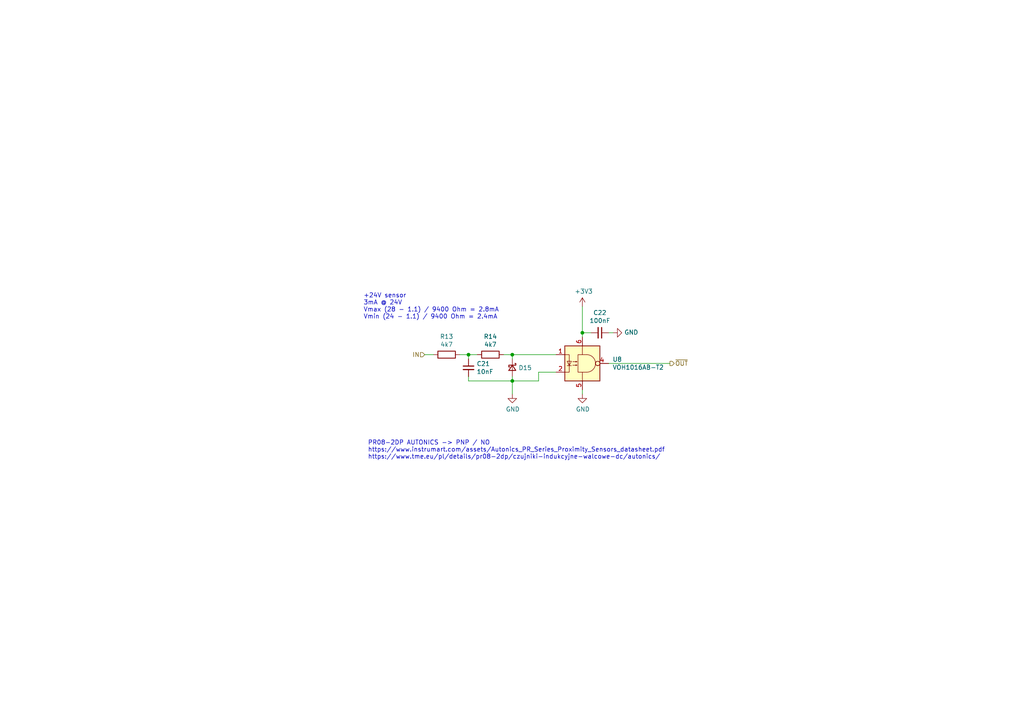
<source format=kicad_sch>
(kicad_sch (version 20211123) (generator eeschema)

  (uuid 874dbaf8-adf6-4f01-81a0-e037bac53346)

  (paper "A4")

  (title_block
    (title "Wheel Speed Sensor digital input")
    (date "2021-11-09")
  )

  (lib_symbols
    (symbol "Device:C_Small" (pin_numbers hide) (pin_names (offset 0.254) hide) (in_bom yes) (on_board yes)
      (property "Reference" "C" (id 0) (at 0.254 1.778 0)
        (effects (font (size 1.27 1.27)) (justify left))
      )
      (property "Value" "C_Small" (id 1) (at 0.254 -2.032 0)
        (effects (font (size 1.27 1.27)) (justify left))
      )
      (property "Footprint" "" (id 2) (at 0 0 0)
        (effects (font (size 1.27 1.27)) hide)
      )
      (property "Datasheet" "~" (id 3) (at 0 0 0)
        (effects (font (size 1.27 1.27)) hide)
      )
      (property "ki_keywords" "capacitor cap" (id 4) (at 0 0 0)
        (effects (font (size 1.27 1.27)) hide)
      )
      (property "ki_description" "Unpolarized capacitor, small symbol" (id 5) (at 0 0 0)
        (effects (font (size 1.27 1.27)) hide)
      )
      (property "ki_fp_filters" "C_*" (id 6) (at 0 0 0)
        (effects (font (size 1.27 1.27)) hide)
      )
      (symbol "C_Small_0_1"
        (polyline
          (pts
            (xy -1.524 -0.508)
            (xy 1.524 -0.508)
          )
          (stroke (width 0.3302) (type default) (color 0 0 0 0))
          (fill (type none))
        )
        (polyline
          (pts
            (xy -1.524 0.508)
            (xy 1.524 0.508)
          )
          (stroke (width 0.3048) (type default) (color 0 0 0 0))
          (fill (type none))
        )
      )
      (symbol "C_Small_1_1"
        (pin passive line (at 0 2.54 270) (length 2.032)
          (name "~" (effects (font (size 1.27 1.27))))
          (number "1" (effects (font (size 1.27 1.27))))
        )
        (pin passive line (at 0 -2.54 90) (length 2.032)
          (name "~" (effects (font (size 1.27 1.27))))
          (number "2" (effects (font (size 1.27 1.27))))
        )
      )
    )
    (symbol "Device:D_Schottky_Small" (pin_numbers hide) (pin_names (offset 0.254) hide) (in_bom yes) (on_board yes)
      (property "Reference" "D" (id 0) (at -1.27 2.032 0)
        (effects (font (size 1.27 1.27)) (justify left))
      )
      (property "Value" "D_Schottky_Small" (id 1) (at -7.112 -2.032 0)
        (effects (font (size 1.27 1.27)) (justify left))
      )
      (property "Footprint" "" (id 2) (at 0 0 90)
        (effects (font (size 1.27 1.27)) hide)
      )
      (property "Datasheet" "~" (id 3) (at 0 0 90)
        (effects (font (size 1.27 1.27)) hide)
      )
      (property "ki_keywords" "diode Schottky" (id 4) (at 0 0 0)
        (effects (font (size 1.27 1.27)) hide)
      )
      (property "ki_description" "Schottky diode, small symbol" (id 5) (at 0 0 0)
        (effects (font (size 1.27 1.27)) hide)
      )
      (property "ki_fp_filters" "TO-???* *_Diode_* *SingleDiode* D_*" (id 6) (at 0 0 0)
        (effects (font (size 1.27 1.27)) hide)
      )
      (symbol "D_Schottky_Small_0_1"
        (polyline
          (pts
            (xy -0.762 0)
            (xy 0.762 0)
          )
          (stroke (width 0) (type default) (color 0 0 0 0))
          (fill (type none))
        )
        (polyline
          (pts
            (xy 0.762 -1.016)
            (xy -0.762 0)
            (xy 0.762 1.016)
            (xy 0.762 -1.016)
          )
          (stroke (width 0.254) (type default) (color 0 0 0 0))
          (fill (type none))
        )
        (polyline
          (pts
            (xy -1.27 0.762)
            (xy -1.27 1.016)
            (xy -0.762 1.016)
            (xy -0.762 -1.016)
            (xy -0.254 -1.016)
            (xy -0.254 -0.762)
          )
          (stroke (width 0.254) (type default) (color 0 0 0 0))
          (fill (type none))
        )
      )
      (symbol "D_Schottky_Small_1_1"
        (pin passive line (at -2.54 0 0) (length 1.778)
          (name "K" (effects (font (size 1.27 1.27))))
          (number "1" (effects (font (size 1.27 1.27))))
        )
        (pin passive line (at 2.54 0 180) (length 1.778)
          (name "A" (effects (font (size 1.27 1.27))))
          (number "2" (effects (font (size 1.27 1.27))))
        )
      )
    )
    (symbol "Device:R" (pin_numbers hide) (pin_names (offset 0)) (in_bom yes) (on_board yes)
      (property "Reference" "R" (id 0) (at 2.032 0 90)
        (effects (font (size 1.27 1.27)))
      )
      (property "Value" "R" (id 1) (at 0 0 90)
        (effects (font (size 1.27 1.27)))
      )
      (property "Footprint" "" (id 2) (at -1.778 0 90)
        (effects (font (size 1.27 1.27)) hide)
      )
      (property "Datasheet" "~" (id 3) (at 0 0 0)
        (effects (font (size 1.27 1.27)) hide)
      )
      (property "ki_keywords" "R res resistor" (id 4) (at 0 0 0)
        (effects (font (size 1.27 1.27)) hide)
      )
      (property "ki_description" "Resistor" (id 5) (at 0 0 0)
        (effects (font (size 1.27 1.27)) hide)
      )
      (property "ki_fp_filters" "R_*" (id 6) (at 0 0 0)
        (effects (font (size 1.27 1.27)) hide)
      )
      (symbol "R_0_1"
        (rectangle (start -1.016 -2.54) (end 1.016 2.54)
          (stroke (width 0.254) (type default) (color 0 0 0 0))
          (fill (type none))
        )
      )
      (symbol "R_1_1"
        (pin passive line (at 0 3.81 270) (length 1.27)
          (name "~" (effects (font (size 1.27 1.27))))
          (number "1" (effects (font (size 1.27 1.27))))
        )
        (pin passive line (at 0 -3.81 90) (length 1.27)
          (name "~" (effects (font (size 1.27 1.27))))
          (number "2" (effects (font (size 1.27 1.27))))
        )
      )
    )
    (symbol "Isolator:H11L2" (pin_names (offset 1.016)) (in_bom yes) (on_board yes)
      (property "Reference" "U" (id 0) (at 1.27 8.89 0)
        (effects (font (size 1.27 1.27)) (justify left))
      )
      (property "Value" "H11L2" (id 1) (at 1.27 6.35 0)
        (effects (font (size 1.27 1.27)) (justify left))
      )
      (property "Footprint" "" (id 2) (at -2.286 0 0)
        (effects (font (size 1.27 1.27)) hide)
      )
      (property "Datasheet" "https://www.onsemi.com/pub/Collateral/H11L3M-D.PDF" (id 3) (at -2.286 0 0)
        (effects (font (size 1.27 1.27)) hide)
      )
      (property "ki_keywords" "High Speed Schmitt Optocoupler" (id 4) (at 0 0 0)
        (effects (font (size 1.27 1.27)) hide)
      )
      (property "ki_description" "Schmitt Trigger Output Optocoupler, High Speed, DIP-6, 10mA turn on threshold" (id 5) (at 0 0 0)
        (effects (font (size 1.27 1.27)) hide)
      )
      (property "ki_fp_filters" "DIP*W7.62mm* DIP*W10.16mm* SMDIP*W9.53mm*" (id 6) (at 0 0 0)
        (effects (font (size 1.27 1.27)) hide)
      )
      (symbol "H11L2_0_1"
        (rectangle (start -5.08 5.08) (end 5.08 -5.08)
          (stroke (width 0.254) (type default) (color 0 0 0 0))
          (fill (type background))
        )
        (polyline
          (pts
            (xy -4.445 -0.635)
            (xy -3.175 -0.635)
          )
          (stroke (width 0) (type default) (color 0 0 0 0))
          (fill (type none))
        )
        (polyline
          (pts
            (xy 0 2.54)
            (xy 0 5.08)
          )
          (stroke (width 0) (type default) (color 0 0 0 0))
          (fill (type none))
        )
        (polyline
          (pts
            (xy 0 -2.54)
            (xy 0 -5.08)
            (xy 0 -3.81)
          )
          (stroke (width 0) (type default) (color 0 0 0 0))
          (fill (type none))
        )
        (polyline
          (pts
            (xy -5.08 -2.54)
            (xy -3.81 -2.54)
            (xy -3.81 2.54)
            (xy -5.08 2.54)
          )
          (stroke (width 0) (type default) (color 0 0 0 0))
          (fill (type none))
        )
        (polyline
          (pts
            (xy -3.81 -0.635)
            (xy -4.445 0.635)
            (xy -3.175 0.635)
            (xy -3.81 -0.635)
          )
          (stroke (width 0) (type default) (color 0 0 0 0))
          (fill (type none))
        )
        (polyline
          (pts
            (xy 1.27 -2.54)
            (xy -1.27 -2.54)
            (xy -1.27 2.54)
            (xy 1.27 2.54)
          )
          (stroke (width 0) (type default) (color 0 0 0 0))
          (fill (type none))
        )
        (polyline
          (pts
            (xy -2.794 -0.508)
            (xy -1.524 -0.508)
            (xy -1.905 -0.635)
            (xy -1.905 -0.381)
            (xy -1.524 -0.508)
          )
          (stroke (width 0) (type default) (color 0 0 0 0))
          (fill (type none))
        )
        (polyline
          (pts
            (xy -2.794 0.508)
            (xy -1.524 0.508)
            (xy -1.905 0.381)
            (xy -1.905 0.635)
            (xy -1.524 0.508)
          )
          (stroke (width 0) (type default) (color 0 0 0 0))
          (fill (type none))
        )
        (arc (start 1.27 -2.54) (mid 3.81 0) (end 1.27 2.54)
          (stroke (width 0) (type default) (color 0 0 0 0))
          (fill (type none))
        )
      )
      (symbol "H11L2_1_1"
        (pin passive line (at -7.62 2.54 0) (length 2.54)
          (name "~" (effects (font (size 1.27 1.27))))
          (number "1" (effects (font (size 1.27 1.27))))
        )
        (pin passive line (at -7.62 -2.54 0) (length 2.54)
          (name "~" (effects (font (size 1.27 1.27))))
          (number "2" (effects (font (size 1.27 1.27))))
        )
        (pin no_connect line (at -5.08 0 0) (length 2.54) hide
          (name "~" (effects (font (size 1.27 1.27))))
          (number "3" (effects (font (size 1.27 1.27))))
        )
        (pin output inverted (at 7.62 0 180) (length 3.81)
          (name "~" (effects (font (size 1.27 1.27))))
          (number "4" (effects (font (size 1.27 1.27))))
        )
        (pin power_in line (at 0 -7.62 90) (length 2.54)
          (name "~" (effects (font (size 1.27 1.27))))
          (number "5" (effects (font (size 1.27 1.27))))
        )
        (pin power_in line (at 0 7.62 270) (length 2.54)
          (name "~" (effects (font (size 1.27 1.27))))
          (number "6" (effects (font (size 1.27 1.27))))
        )
      )
    )
    (symbol "power:+3V3" (power) (pin_names (offset 0)) (in_bom yes) (on_board yes)
      (property "Reference" "#PWR" (id 0) (at 0 -3.81 0)
        (effects (font (size 1.27 1.27)) hide)
      )
      (property "Value" "+3V3" (id 1) (at 0 3.556 0)
        (effects (font (size 1.27 1.27)))
      )
      (property "Footprint" "" (id 2) (at 0 0 0)
        (effects (font (size 1.27 1.27)) hide)
      )
      (property "Datasheet" "" (id 3) (at 0 0 0)
        (effects (font (size 1.27 1.27)) hide)
      )
      (property "ki_keywords" "power-flag" (id 4) (at 0 0 0)
        (effects (font (size 1.27 1.27)) hide)
      )
      (property "ki_description" "Power symbol creates a global label with name \"+3V3\"" (id 5) (at 0 0 0)
        (effects (font (size 1.27 1.27)) hide)
      )
      (symbol "+3V3_0_1"
        (polyline
          (pts
            (xy -0.762 1.27)
            (xy 0 2.54)
          )
          (stroke (width 0) (type default) (color 0 0 0 0))
          (fill (type none))
        )
        (polyline
          (pts
            (xy 0 0)
            (xy 0 2.54)
          )
          (stroke (width 0) (type default) (color 0 0 0 0))
          (fill (type none))
        )
        (polyline
          (pts
            (xy 0 2.54)
            (xy 0.762 1.27)
          )
          (stroke (width 0) (type default) (color 0 0 0 0))
          (fill (type none))
        )
      )
      (symbol "+3V3_1_1"
        (pin power_in line (at 0 0 90) (length 0) hide
          (name "+3V3" (effects (font (size 1.27 1.27))))
          (number "1" (effects (font (size 1.27 1.27))))
        )
      )
    )
    (symbol "power:GND" (power) (pin_names (offset 0)) (in_bom yes) (on_board yes)
      (property "Reference" "#PWR" (id 0) (at 0 -6.35 0)
        (effects (font (size 1.27 1.27)) hide)
      )
      (property "Value" "GND" (id 1) (at 0 -3.81 0)
        (effects (font (size 1.27 1.27)))
      )
      (property "Footprint" "" (id 2) (at 0 0 0)
        (effects (font (size 1.27 1.27)) hide)
      )
      (property "Datasheet" "" (id 3) (at 0 0 0)
        (effects (font (size 1.27 1.27)) hide)
      )
      (property "ki_keywords" "power-flag" (id 4) (at 0 0 0)
        (effects (font (size 1.27 1.27)) hide)
      )
      (property "ki_description" "Power symbol creates a global label with name \"GND\" , ground" (id 5) (at 0 0 0)
        (effects (font (size 1.27 1.27)) hide)
      )
      (symbol "GND_0_1"
        (polyline
          (pts
            (xy 0 0)
            (xy 0 -1.27)
            (xy 1.27 -1.27)
            (xy 0 -2.54)
            (xy -1.27 -1.27)
            (xy 0 -1.27)
          )
          (stroke (width 0) (type default) (color 0 0 0 0))
          (fill (type none))
        )
      )
      (symbol "GND_1_1"
        (pin power_in line (at 0 0 270) (length 0) hide
          (name "GND" (effects (font (size 1.27 1.27))))
          (number "1" (effects (font (size 1.27 1.27))))
        )
      )
    )
  )

  (junction (at 148.59 110.49) (diameter 0) (color 0 0 0 0)
    (uuid af35a153-e4cc-4cb5-9b0a-a247aa9a27b2)
  )
  (junction (at 168.91 96.52) (diameter 0) (color 0 0 0 0)
    (uuid b8eb5c02-d344-4431-a592-0e7ad9f9a78f)
  )
  (junction (at 135.89 102.87) (diameter 0) (color 0 0 0 0)
    (uuid db97118a-0872-4a5d-aaa5-b35f9498f22a)
  )
  (junction (at 148.59 102.87) (diameter 0) (color 0 0 0 0)
    (uuid dea30d29-44e9-47fc-bccc-6928d5c29cea)
  )

  (wire (pts (xy 148.59 104.14) (xy 148.59 102.87))
    (stroke (width 0) (type default) (color 0 0 0 0))
    (uuid 08bb8c58-1868-4a96-8aaa-36d9e141ec38)
  )
  (wire (pts (xy 161.29 107.95) (xy 156.21 107.95))
    (stroke (width 0) (type default) (color 0 0 0 0))
    (uuid 407d0cd8-54f8-47a8-90cb-42c8a441d04f)
  )
  (wire (pts (xy 171.45 96.52) (xy 168.91 96.52))
    (stroke (width 0) (type default) (color 0 0 0 0))
    (uuid 52820a90-7869-43b3-b870-39c015371964)
  )
  (wire (pts (xy 148.59 102.87) (xy 161.29 102.87))
    (stroke (width 0) (type default) (color 0 0 0 0))
    (uuid 767e3782-90bf-4d7f-b1ef-719aa7013187)
  )
  (wire (pts (xy 135.89 109.22) (xy 135.89 110.49))
    (stroke (width 0) (type default) (color 0 0 0 0))
    (uuid 7b58219a-a31d-4ba4-804a-77c6d706d8bc)
  )
  (wire (pts (xy 135.89 102.87) (xy 138.43 102.87))
    (stroke (width 0) (type default) (color 0 0 0 0))
    (uuid 7f9c0307-e84d-4f8a-93be-34fc4b3feb89)
  )
  (wire (pts (xy 168.91 114.3) (xy 168.91 113.03))
    (stroke (width 0) (type default) (color 0 0 0 0))
    (uuid 802bd717-75a4-4efc-bdc3-ab512c6bce65)
  )
  (wire (pts (xy 148.59 110.49) (xy 148.59 109.22))
    (stroke (width 0) (type default) (color 0 0 0 0))
    (uuid 80b5b54b-a1cc-434c-8739-1e133d53601d)
  )
  (wire (pts (xy 176.53 105.41) (xy 194.31 105.41))
    (stroke (width 0) (type default) (color 0 0 0 0))
    (uuid 88ea0fe3-17bb-45bf-bf71-4da88c965186)
  )
  (wire (pts (xy 168.91 96.52) (xy 168.91 97.79))
    (stroke (width 0) (type default) (color 0 0 0 0))
    (uuid 8e981540-9cda-414d-abbb-d34e005f000e)
  )
  (wire (pts (xy 133.35 102.87) (xy 135.89 102.87))
    (stroke (width 0) (type default) (color 0 0 0 0))
    (uuid b4eddc61-2cab-493a-b874-62b106cef9f4)
  )
  (wire (pts (xy 156.21 110.49) (xy 148.59 110.49))
    (stroke (width 0) (type default) (color 0 0 0 0))
    (uuid b6e7e52e-fa7c-4663-b29b-8d72461a55fb)
  )
  (wire (pts (xy 125.73 102.87) (xy 123.19 102.87))
    (stroke (width 0) (type default) (color 0 0 0 0))
    (uuid c34f5129-9516-486b-b322-ada2d7baa6ba)
  )
  (wire (pts (xy 168.91 88.9) (xy 168.91 96.52))
    (stroke (width 0) (type default) (color 0 0 0 0))
    (uuid c9863f4f-bdf5-49f4-b18e-dce622ff9931)
  )
  (wire (pts (xy 135.89 104.14) (xy 135.89 102.87))
    (stroke (width 0) (type default) (color 0 0 0 0))
    (uuid cc93ecb4-fd7b-48b7-868d-89f294f07c27)
  )
  (wire (pts (xy 148.59 114.3) (xy 148.59 110.49))
    (stroke (width 0) (type default) (color 0 0 0 0))
    (uuid d7de2887-c7b2-4bb7-a339-632f4f906224)
  )
  (wire (pts (xy 156.21 107.95) (xy 156.21 110.49))
    (stroke (width 0) (type default) (color 0 0 0 0))
    (uuid dc9eba43-a0ae-45fc-b91c-9050201557b9)
  )
  (wire (pts (xy 135.89 110.49) (xy 148.59 110.49))
    (stroke (width 0) (type default) (color 0 0 0 0))
    (uuid e234e19f-cd33-4584-947b-bf9feaf6cddd)
  )
  (wire (pts (xy 146.05 102.87) (xy 148.59 102.87))
    (stroke (width 0) (type default) (color 0 0 0 0))
    (uuid e250304b-2864-4f44-b1e8-173cc34a2ac6)
  )
  (wire (pts (xy 177.8 96.52) (xy 176.53 96.52))
    (stroke (width 0) (type default) (color 0 0 0 0))
    (uuid e7f989f7-95da-4be3-9e33-743523ae1ee0)
  )

  (text "+24V sensor\n3mA @ 24V\nVmax (28 - 1.1) / 9400 Ohm = 2.8mA\nVmin (24 - 1.1) / 9400 Ohm = 2.4mA"
    (at 105.41 92.71 0)
    (effects (font (size 1.27 1.27)) (justify left bottom))
    (uuid 581488ee-fe1f-43d1-a23d-526666571191)
  )
  (text "PR08-2DP AUTONICS -> PNP / NO \nhttps://www.instrumart.com/assets/Autonics_PR_Series_Proximity_Sensors_datasheet.pdf\nhttps://www.tme.eu/pl/details/pr08-2dp/czujniki-indukcyjne-walcowe-dc/autonics/"
    (at 106.68 133.35 0)
    (effects (font (size 1.27 1.27)) (justify left bottom))
    (uuid 92ee3d85-c13e-4120-ad64-bd390adf040c)
  )

  (hierarchical_label "~{OUT}" (shape output) (at 194.31 105.41 0)
    (effects (font (size 1.27 1.27)) (justify left))
    (uuid 1f70d207-e63d-4692-be1f-5b6fa8599d57)
  )
  (hierarchical_label "IN" (shape input) (at 123.19 102.87 180)
    (effects (font (size 1.27 1.27)) (justify right))
    (uuid f69de914-d2d4-4fcf-a7d6-ce76fea2e1a7)
  )

  (symbol (lib_id "Isolator:H11L2") (at 168.91 105.41 0)
    (in_bom yes) (on_board yes)
    (uuid 00000000-0000-0000-0000-0000616c86df)
    (property "Reference" "U8" (id 0) (at 177.6476 104.2416 0)
      (effects (font (size 1.27 1.27)) (justify left))
    )
    (property "Value" "VOH1016AB-T2" (id 1) (at 177.6476 106.553 0)
      (effects (font (size 1.27 1.27)) (justify left))
    )
    (property "Footprint" "Package_DIP:SMDIP-6_W7.62mm" (id 2) (at 166.624 105.41 0)
      (effects (font (size 1.27 1.27)) hide)
    )
    (property "Datasheet" "https://www.onsemi.com/pub/Collateral/H11L3M-D.PDF" (id 3) (at 166.624 105.41 0)
      (effects (font (size 1.27 1.27)) hide)
    )
    (pin "1" (uuid e86dbf88-03d2-45f1-bff4-e11ce6a7a840))
    (pin "2" (uuid 49c41708-cb0c-4623-beb7-21c2df744a2c))
    (pin "3" (uuid a3e29fac-f077-474e-8686-a6e0a13db40e))
    (pin "4" (uuid 441361fc-59ba-40dc-8f15-9102f23f01bb))
    (pin "5" (uuid dea63ad4-aea9-400c-8c5f-53e8fdd1a5be))
    (pin "6" (uuid e8e9fe43-d148-4801-8075-c3fe41d7cbc9))
  )

  (symbol (lib_id "Device:R") (at 142.24 102.87 270)
    (in_bom yes) (on_board yes)
    (uuid 00000000-0000-0000-0000-0000616cc3ec)
    (property "Reference" "R14" (id 0) (at 142.24 97.6122 90))
    (property "Value" "4k7" (id 1) (at 142.24 99.9236 90))
    (property "Footprint" "Resistor_SMD:R_0603_1608Metric" (id 2) (at 142.24 101.092 90)
      (effects (font (size 1.27 1.27)) hide)
    )
    (property "Datasheet" "~" (id 3) (at 142.24 102.87 0)
      (effects (font (size 1.27 1.27)) hide)
    )
    (pin "1" (uuid 22964823-6888-4c5c-bc33-e477daf04bb7))
    (pin "2" (uuid 33a10743-d1f1-4a81-9755-46b93f893395))
  )

  (symbol (lib_id "Device:C_Small") (at 135.89 106.68 0)
    (in_bom yes) (on_board yes)
    (uuid 00000000-0000-0000-0000-0000616ccbb0)
    (property "Reference" "C21" (id 0) (at 138.2268 105.5116 0)
      (effects (font (size 1.27 1.27)) (justify left))
    )
    (property "Value" "10nF" (id 1) (at 138.2268 107.823 0)
      (effects (font (size 1.27 1.27)) (justify left))
    )
    (property "Footprint" "Capacitor_SMD:C_0603_1608Metric" (id 2) (at 135.89 106.68 0)
      (effects (font (size 1.27 1.27)) hide)
    )
    (property "Datasheet" "~" (id 3) (at 135.89 106.68 0)
      (effects (font (size 1.27 1.27)) hide)
    )
    (pin "1" (uuid e4a72bf6-0bba-423f-87c7-609dac3ea144))
    (pin "2" (uuid 302ce8d8-fad8-4e86-ae09-959aa671fce0))
  )

  (symbol (lib_id "power:GND") (at 168.91 114.3 0)
    (in_bom yes) (on_board yes)
    (uuid 00000000-0000-0000-0000-0000616ce551)
    (property "Reference" "#PWR045" (id 0) (at 168.91 120.65 0)
      (effects (font (size 1.27 1.27)) hide)
    )
    (property "Value" "GND" (id 1) (at 169.037 118.6942 0))
    (property "Footprint" "" (id 2) (at 168.91 114.3 0)
      (effects (font (size 1.27 1.27)) hide)
    )
    (property "Datasheet" "" (id 3) (at 168.91 114.3 0)
      (effects (font (size 1.27 1.27)) hide)
    )
    (pin "1" (uuid fa4f511f-d34c-4560-a5ca-cf4a662997e0))
  )

  (symbol (lib_id "power:+3V3") (at 168.91 88.9 0)
    (in_bom yes) (on_board yes)
    (uuid 00000000-0000-0000-0000-0000616ceb8b)
    (property "Reference" "#PWR044" (id 0) (at 168.91 92.71 0)
      (effects (font (size 1.27 1.27)) hide)
    )
    (property "Value" "+3V3" (id 1) (at 169.291 84.5058 0))
    (property "Footprint" "" (id 2) (at 168.91 88.9 0)
      (effects (font (size 1.27 1.27)) hide)
    )
    (property "Datasheet" "" (id 3) (at 168.91 88.9 0)
      (effects (font (size 1.27 1.27)) hide)
    )
    (pin "1" (uuid d27136e2-1138-432a-bf62-bfc67acf3412))
  )

  (symbol (lib_id "Device:C_Small") (at 173.99 96.52 270)
    (in_bom yes) (on_board yes)
    (uuid 00000000-0000-0000-0000-0000616d3668)
    (property "Reference" "C22" (id 0) (at 173.99 90.7034 90))
    (property "Value" "100nF" (id 1) (at 173.99 93.0148 90))
    (property "Footprint" "Capacitor_SMD:C_0603_1608Metric" (id 2) (at 173.99 96.52 0)
      (effects (font (size 1.27 1.27)) hide)
    )
    (property "Datasheet" "~" (id 3) (at 173.99 96.52 0)
      (effects (font (size 1.27 1.27)) hide)
    )
    (pin "1" (uuid 8833ad0b-e50a-48ed-b1f6-19ab5abc96d2))
    (pin "2" (uuid 756a16a5-a430-46ca-bbbf-4d7738fb4b22))
  )

  (symbol (lib_id "power:GND") (at 177.8 96.52 90)
    (in_bom yes) (on_board yes)
    (uuid 00000000-0000-0000-0000-0000616d3da7)
    (property "Reference" "#PWR046" (id 0) (at 184.15 96.52 0)
      (effects (font (size 1.27 1.27)) hide)
    )
    (property "Value" "GND" (id 1) (at 181.0512 96.393 90)
      (effects (font (size 1.27 1.27)) (justify right))
    )
    (property "Footprint" "" (id 2) (at 177.8 96.52 0)
      (effects (font (size 1.27 1.27)) hide)
    )
    (property "Datasheet" "" (id 3) (at 177.8 96.52 0)
      (effects (font (size 1.27 1.27)) hide)
    )
    (pin "1" (uuid fab891c3-f4d2-4a9a-89a9-622c73c169ec))
  )

  (symbol (lib_id "Device:D_Schottky_Small") (at 148.59 106.68 270)
    (in_bom yes) (on_board yes)
    (uuid 00000000-0000-0000-0000-0000618e4c31)
    (property "Reference" "D15" (id 0) (at 150.368 106.68 90)
      (effects (font (size 1.27 1.27)) (justify left))
    )
    (property "Value" "D_SCH" (id 1) (at 150.368 107.823 90)
      (effects (font (size 1.27 1.27)) (justify left) hide)
    )
    (property "Footprint" "Diode_SMD:D_0603_1608Metric" (id 2) (at 148.59 106.68 90)
      (effects (font (size 1.27 1.27)) hide)
    )
    (property "Datasheet" "~" (id 3) (at 148.59 106.68 90)
      (effects (font (size 1.27 1.27)) hide)
    )
    (pin "1" (uuid 16effaac-651d-4ee6-96f5-2e20deb10de7))
    (pin "2" (uuid c492acfb-dd9d-4ddd-bcde-f1d04d4b35c4))
  )

  (symbol (lib_id "Device:R") (at 129.54 102.87 270)
    (in_bom yes) (on_board yes)
    (uuid 00000000-0000-0000-0000-000061932e16)
    (property "Reference" "R13" (id 0) (at 129.54 97.6122 90))
    (property "Value" "4k7" (id 1) (at 129.54 99.9236 90))
    (property "Footprint" "Resistor_SMD:R_0603_1608Metric" (id 2) (at 129.54 101.092 90)
      (effects (font (size 1.27 1.27)) hide)
    )
    (property "Datasheet" "~" (id 3) (at 129.54 102.87 0)
      (effects (font (size 1.27 1.27)) hide)
    )
    (pin "1" (uuid 0782518e-59ad-46fc-ac8a-d0a5d6f69328))
    (pin "2" (uuid 2cf85ca9-250f-4d7a-b13f-249f0d1f7846))
  )

  (symbol (lib_id "power:GND") (at 148.59 114.3 0)
    (in_bom yes) (on_board yes)
    (uuid 00000000-0000-0000-0000-0000619b83b9)
    (property "Reference" "#PWR043" (id 0) (at 148.59 120.65 0)
      (effects (font (size 1.27 1.27)) hide)
    )
    (property "Value" "GND" (id 1) (at 148.717 118.6942 0))
    (property "Footprint" "" (id 2) (at 148.59 114.3 0)
      (effects (font (size 1.27 1.27)) hide)
    )
    (property "Datasheet" "" (id 3) (at 148.59 114.3 0)
      (effects (font (size 1.27 1.27)) hide)
    )
    (pin "1" (uuid ef02f083-6c9c-4ce3-a309-7b772c0cd185))
  )
)

</source>
